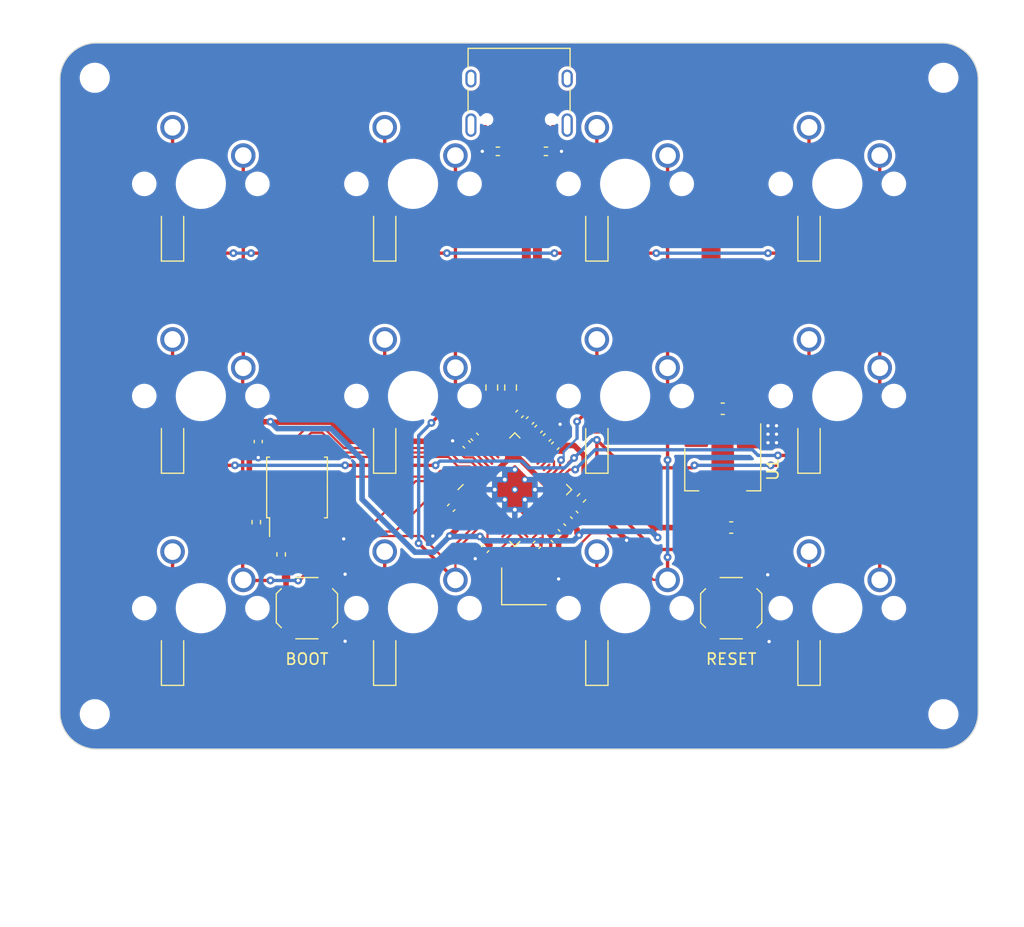
<source format=kicad_pcb>
(kicad_pcb (version 20221018) (generator pcbnew)
  (layers (0 "F.Cu" signal) (31 "B.Cu" power) (34 "B.Paste" user) (35 "F.Paste" user) (36 "B.SilkS" user "B.Silkscreen") (37 "F.SilkS" user "F.Silkscreen") (38 "B.Mask" user) (39 "F.Mask" user) (44 "Edge.Cuts" user))
  (net 0 "")
  (net 1 "+3V3")
  (net 2 "GND")
  (net 3 "+1V1")
  (net 4 "VBUS")
  (net 5 "/XIN")
  (net 6 "/XOUT")
  (net 7 "/ROW_0")
  (net 8 "Net-(D2-A)")
  (net 9 "Net-(D3-A)")
  (net 10 "/ROW_1")
  (net 11 "Net-(D5-A)")
  (net 12 "Net-(D6-A)")
  (net 13 "Net-(D7-A)")
  (net 14 "Net-(D8-A)")
  (net 15 "/ROW_2")
  (net 16 "Net-(D9-A)")
  (net 17 "Net-(D10-A)")
  (net 18 "Net-(D11-A)")
  (net 19 "Net-(D12-A)")
  (net 20 "Net-(D1-A)")
  (net 21 "Net-(D4-A)")
  (net 22 "Net-(SW13-B)")
  (net 23 "/COL_0")
  (net 24 "/COL_3")
  (net 25 "Net-(J1-CC1)")
  (net 27 "Net-(J1-CC2)")
  (net 30 "/USB_D+")
  (net 31 "/USB_D-")
  (net 32 "/COL_1")
  (net 33 "/COL_2")
  (net 34 "/QSPI_SD1")
  (net 35 "/QSPI_SD2")
  (net 36 "/QSPI_SD0")
  (net 37 "/QSPI_SCLK")
  (net 38 "/QSPI_SD3")
  (net 39 "/~{USB_BOOT}")
  (net 40 "Net-(U2-USB_DP)")
  (net 41 "Net-(U2-USB_DM)")
  (net 42 "/QSPI_SS")
  (footprint "Capacitor_SMD:C_0402_1005Metric" (layer "F.Cu") (at 118.237 91.313 -135)
    (fp_text reference "C6" hide)
    (fp_text value "100n")
  )
  (footprint "Diode_SMD:D_SOD-123" (layer "F.Cu") (at 112.268 66.802 90)
    (fp_text reference "D3" hide)
    (fp_text value "D")
  )
  (footprint "Package_TO_SOT_SMD:SOT-223-3_TabPin2" (layer "F.Cu") (at 142.621 87.884 -90)
    (fp_text reference "U1")
    (fp_text value "NCP1117-3.3_SOT223")
  )
  (footprint "Capacitor_SMD:C_0402_1005Metric" (layer "F.Cu") (at 125.323415 83.478077 45)
    (fp_text reference "C13" hide)
    (fp_text value "1u")
  )
  (footprint "Diode_SMD:D_SOD-123" (layer "F.Cu") (at 150.368 66.802 90)
    (fp_text reference "D1" hide)
    (fp_text value "D")
  )
  (footprint "Diode_SMD:D_SOD-123" (layer "F.Cu") (at 150.368 85.852 90)
    (fp_text reference "D5" hide)
    (fp_text value "D")
  )
  (footprint "Diode_SMD:D_SOD-123" (layer "F.Cu") (at 131.318 85.852 90)
    (fp_text reference "D6" hide)
    (fp_text value "D")
  )
  (footprint "Diode_SMD:D_SOD-123" (layer "F.Cu") (at 93.218 104.902 90)
    (fp_text reference "D12" hide)
    (fp_text value "D")
  )
  (footprint "Capacitor_SMD:C_0402_1005Metric" (layer "F.Cu") (at 128.177611 93.091 -45)
    (fp_text reference "C2" hide)
    (fp_text value "100n")
  )
  (footprint "Diode_SMD:D_SOD-123" (layer "F.Cu") (at 150.368 104.902 90)
    (fp_text reference "D9" hide)
    (fp_text value "D")
  )
  (footprint "MountingHole:MountingHole_2.2mm_M2" (layer "F.Cu") (at 86.233 52.705)
    (fp_text reference "H1" hide)
    (fp_text value "MountingHole")
  )
  (footprint "Diode_SMD:D_SOD-123" (layer "F.Cu") (at 93.218 85.852 90)
    (fp_text reference "D8" hide)
    (fp_text value "D")
  )
  (footprint "Capacitor_SMD:C_0402_1005Metric" (layer "F.Cu") (at 129.286 91.948 135)
    (fp_text reference "C8" hide)
    (fp_text value "100n")
  )
  (footprint "Crystal:Crystal_SMD_3225-4Pin_3.2x2.5mm" (layer "F.Cu") (at 124.771 98.368)
    (fp_text reference "Y1" hide)
    (fp_text value "12MHz")
  )
  (footprint "Capacitor_SMD:C_0402_1005Metric" (layer "F.Cu") (at 120.343386 84.942949 135)
    (fp_text reference "C1" hide)
    (fp_text value "100n")
  )
  (footprint "RP2040_minimal:RP2040-QFN-56" (layer "F.Cu") (at 123.952 89.687122 45)
    (fp_text reference "U2" hide)
    (fp_text value "RP2040")
  )
  (footprint "Button_Switch_SMD:SW_Push_1P1T_XKB_TS-1187A" (layer "F.Cu") (at 105.283 100.33 90)
    (fp_text reference "SW14" hide)
    (fp_text value "SW_SPST")
  )
  (footprint "Resistor_SMD:R_0402_1005Metric" (layer "F.Cu") (at 129.941376 90.429024 45)
    (fp_text reference "R5" hide)
    (fp_text value "10k")
  )
  (footprint "MountingHole:MountingHole_2.2mm_M2" (layer "F.Cu") (at 162.433 109.855)
    (fp_text reference "H4" hide)
    (fp_text value "MountingHole")
  )
  (footprint "Resistor_SMD:R_0603_1608Metric" (layer "F.Cu") (at 123.571 80.518 90)
    (fp_text reference "R4" hide)
    (fp_text value "27")
  )
  (footprint "Resistor_SMD:R_0603_1608Metric" (layer "F.Cu") (at 121.882803 80.518 90)
    (fp_text reference "R3" hide)
    (fp_text value "27")
  )
  (footprint "MountingHole:MountingHole_2.2mm_M2" (layer "F.Cu") (at 86.233 109.855)
    (fp_text reference "H3" hide)
    (fp_text value "MountingHole")
  )
  (footprint "Capacitor_SMD:C_0402_1005Metric" (layer "F.Cu") (at 121.285 94.996 -135)
    (fp_text reference "C5" hide)
    (fp_text value "100n")
  )
  (footprint "Diode_SMD:D_SOD-123" (layer "F.Cu") (at 131.318 66.802 90)
    (fp_text reference "D2" hide)
    (fp_text value "D")
  )
  (footprint "Diode_SMD:D_SOD-123" (layer "F.Cu") (at 112.268 85.852 90)
    (fp_text reference "D7" hide)
    (fp_text value "D")
  )
  (footprint "Package_SO:SOIC-8_5.23x5.23mm_P1.27mm" (layer "F.Cu") (at 104.394 89.491 90)
    (fp_text reference "U3" hide)
    (fp_text value "W25Q128JVS")
  )
  (footprint "Diode_SMD:D_SOD-123" (layer "F.Cu") (at 131.318 104.902 90)
    (fp_text reference "D10" hide)
    (fp_text value "D")
  )
  (footprint "Diode_SMD:D_SOD-123" (layer "F.Cu") (at 112.268 104.902 90)
    (fp_text reference "D11" hide)
    (fp_text value "D")
  )
  (footprint "Connector_USB:USB_C_Receptacle_XKB_U262-16XN-4BVC11" (layer "F.Cu") (at 124.333 53.848 180)
    (fp_text reference "J1" hide)
    (fp_text value "USB_C_Receptacle_USB2.0")
  )
  (footprint "Capacitor_SMD:C_0603_1608Metric" (layer "F.Cu") (at 143.383 93.091)
    (fp_text reference "C11" hide)
    (fp_text value "10u")
  )
  (footprint "Resistor_SMD:R_0402_1005Metric" (layer "F.Cu") (at 126.746 59.309)
    (fp_text reference "R1" hide)
    (fp_text value "5k1")
  )
  (footprint "Capacitor_SMD:C_0402_1005Metric" (layer "F.Cu") (at 100.9142 85.3694 -90)
    (fp_text reference "C16" hide)
    (fp_text value "100n")
  )
  (footprint "Diode_SMD:D_SOD-123" (layer "F.Cu") (at 93.218 66.802 90)
    (fp_text reference "D4" hide)
    (fp_text value "D")
  )
  (footprint "MountingHole:MountingHole_2.2mm_M2" (layer "F.Cu") (at 162.433 52.705)
    (fp_text reference "H2" hide)
    (fp_text value "MountingHole")
  )
  (footprint "Capacitor_SMD:C_0402_1005Metric" (layer "F.Cu") (at 127.542611 94.065411 -45)
    (fp_text reference "C15" hide)
    (fp_text value "30p")
  )
  (footprint "Resistor_SMD:R_0402_1005Metric" (layer "F.Cu") (at 100.7364 92.6084 90)
    (fp_text reference "R6" hide)
    (fp_text value "DNP_10k")
  )
  (footprint "Capacitor_SMD:C_0603_1608Metric" (layer "F.Cu") (at 142.621 82.423)
    (fp_text reference "C10" hide)
    (fp_text value "10u")
  )
  (footprint "Capacitor_SMD:C_0402_1005Metric" (layer "F.Cu") (at 126.847415 85.002077 45)
    (fp_text reference "C3" hide)
    (fp_text value "100n")
  )
  (footprint "Capacitor_SMD:C_0402_1005Metric" (layer "F.Cu") (at 127.5842 85.7504 45)
    (fp_text reference "C4" hide)
    (fp_text value "100n")
  )
  (footprint "Capacitor_SMD:C_0402_1005Metric" (layer "F.Cu") (at 125.9332 94.6404 -135)
    (fp_text reference "C14" hide)
    (fp_text value "30p")
  )
  (footprint "Capacitor_SMD:C_0402_1005Metric" (layer "F.Cu") (at 119.625208 85.621771 135)
    (fp_text reference "C9" hide)
    (fp_text value "100n")
  )
  (footprint "Resistor_SMD:R_0402_1005Metric" (layer "F.Cu") (at 122.428 59.309 180)
    (fp_text reference "R2" hide)
    (fp_text value "5k1")
  )
  (footprint "Button_Switch_SMD:SW_Push_1P1T_XKB_TS-1187A" (layer "F.Cu") (at 143.383 100.33 -90)
    (fp_text reference "SW13" hide)
    (fp_text value "SW_SPST")
  )
  (footprint "Capacitor_SMD:C_0402_1005Metric" (layer "F.Cu") (at 124.374589 82.889411 45)
    (fp_text reference "C12" hide)
    (fp_text value "1u")
  )
  (footprint "Resistor_SMD:R_0402_1005Metric" (layer "F.Cu") (at 102.9716 95.504 90)
    (fp_text reference "R7" hide)
    (fp_text value "1k")
  )
  (footprint "Capacitor_SMD:C_0402_1005Metric" (layer "F.Cu") (at 126.085415 84.240077 45)
    (fp_text reference "C7" hide)
    (fp_text value "100n")
  )
  (footprint "Button_Switch_Keyboard:SW_Cherry_MX_1.00u_PCB_UPDATED_FOOTPRINT_RIGHT_PIN_ASSIGNMENT" (layer "B.Cu") (at 93.218 76.2 180)
    (fp_text reference "SW8" hide)
    (fp_text value "KEY_8_13")
  )
  (footprint "Button_Switch_Keyboard:SW_Cherry_MX_1.00u_PCB_UPDATED_FOOTPRINT_RIGHT_PIN_ASSIGNMENT" (layer "B.Cu") (at 112.268 76.2 180)
    (fp_text reference "SW7" hide)
    (fp_text value "KEY_7_12")
  )
  (footprint "Button_Switch_Keyboard:SW_Cherry_MX_1.00u_PCB_UPDATED_FOOTPRINT_RIGHT_PIN_ASSIGNMENT" (layer "B.Cu") (at 150.368 76.2 180)
    (fp_text reference "SW5" hide)
    (fp_text value "KEY_5_10")
  )
  (footprint "Button_Switch_Keyboard:SW_Cherry_MX_1.00u_PCB_UPDATED_FOOTPRINT_RIGHT_PIN_ASSIGNMENT" (layer "B.Cu") (at 93.218 95.25 180)
    (fp_text reference "SW12" hide)
    (fp_text value "KEY_12_23")
  )
  (footprint "Button_Switch_Keyboard:SW_Cherry_MX_1.00u_PCB_UPDATED_FOOTPRINT_RIGHT_PIN_ASSIGNMENT" (layer "B.Cu") (at 131.318 76.2 180)
    (fp_text reference "SW6" hide)
    (fp_text value "KEY_6_11")
  )
  (footprint "Button_Switch_Keyboard:SW_Cherry_MX_1.00u_PCB_UPDATED_FOOTPRINT_RIGHT_PIN_ASSIGNMENT" (layer "B.Cu") (at 131.318 57.15 180)
    (fp_text reference "SW2" hide)
    (fp_text value "KEY_2_01")
  )
  (footprint "Button_Switch_Keyboard:SW_Cherry_MX_1.00u_PCB_UPDATED_FOOTPRINT_RIGHT_PIN_ASSIGNMENT" (layer "B.Cu") (at 131.318 95.25 180)
    (fp_text reference "SW10" hide)
    (fp_text value "KEY_10_21")
  )
  (footprint "Button_Switch_Keyboard:SW_Cherry_MX_1.00u_PCB_UPDATED_FOOTPRINT_RIGHT_PIN_ASSIGNMENT" (layer "B.Cu") (at 112.268 57.15 180)
    (fp_text reference "SW3" hide)
    (fp_text value "KEY_3_02")
  )
  (footprint "Button_Switch_Keyboard:SW_Cherry_MX_1.00u_PCB_UPDATED_FOOTPRINT_RIGHT_PIN_ASSIGNMENT" (layer "B.Cu") (at 93.218 57.15 180)
    (fp_text reference "SW4" hide)
    (fp_text value "KEY_4_03")
  )
  (footprint "Button_Switch_Keyboard:SW_Cherry_MX_1.00u_PCB_UPDATED_FOOTPRINT_RIGHT_PIN_ASSIGNMENT" (layer "B.Cu") (at 112.268 95.25 180)
    (fp_text reference "SW11" hide)
    (fp_text value "KEY_11_22")
  )
  (footprint "Button_Switch_Keyboard:SW_Cherry_MX_1.00u_PCB_UPDATED_FOOTPRINT_RIGHT_PIN_ASSIGNMENT" (layer "B.Cu") (at 150.368 57.15 180)
    (fp_text reference "SW1" hide)
    (fp_text value "KEY_1_00")
  )
  (footprint "Button_Switch_Keyboard:SW_Cherry_MX_1.00u_PCB_UPDATED_FOOTPRINT_RIGHT_PIN_ASSIGNMENT" (layer "B.Cu") (at 150.368 95.25 180)
    (fp_text reference "SW9" hide)
    (fp_text value "KEY_9_20")
  )
  (gr_line (start 83.106867 109.6772) (end 83.106867 52.880867) (stroke (width 0.1)) (layer "Edge.Cuts"))
  (gr_line (start 165.559133 52.880867) (end 165.559133 109.6772) (stroke (width 0.1)) (layer "Edge.Cuts"))
  (gr_arc (start 83.106867 52.880867) (mid 84.074 50.546) (end 86.408867 49.578867) (stroke (width 0.1)) (layer "Edge.Cuts"))
  (gr_arc (start 165.559133 109.679133) (mid 164.59199 112.01399) (end 162.257133 112.981133) (stroke (width 0.1)) (layer "Edge.Cuts"))
  (gr_line (start 86.408867 49.578867) (end 162.257133 49.578867) (stroke (width 0.1)) (layer "Edge.Cuts"))
  (gr_line (start 162.257133 112.9792) (end 86.408867 112.9792) (stroke (width 0.1)) (layer "Edge.Cuts"))
  (gr_arc (start 86.410767 112.979233) (mid 84.07591 112.01209) (end 83.108767 109.677233) (stroke (width 0.1)) (layer "Edge.Cuts"))
  (gr_arc (start 162.257133 49.578867) (mid 164.592 50.546) (end 165.559133 52.880867) (stroke (width 0.1)) (layer "Edge.Cuts"))
  (gr_text "RESET" (at 143.383 104.902) (layer "F.SilkS") (effects (font (size 1 1))))
  (gr_text "BOOT" (at 105.283 104.902) (layer "F.SilkS") (effects (font (size 1 1))))
  (segment (start 128.18921 86.220192) (end 127.37517 86.220192) (width 0.5) (layer "F.Cu") (net 1))
  (segment (start 116.724629 85.344) (end 118.629629 83.439) (width 0.5) (layer "F.Cu") (net 1))
  (segment (start 127.0508 86.2838) (end 127.244789 86.089811) (width 0.2) (layer "F.Cu") (net 1))
  (segment (start 129.715734 93.774734) (end 129.54 93.599) (width 0.5) (layer "F.Cu") (net 1))
  (segment (start 127.37517 86.220192) (end 127.244789 86.089811) (width 0.5) (layer "F.Cu") (net 1))
  (segment (start 100.9142 84.8894) (end 100.729814 84.8894) (width 0.5) (layer "F.Cu") (net 1))
  (segment (start 127.29931 92.751589) (end 127.8382 92.751589) (width 0.2) (layer "F.Cu") (net 1))
  (segment (start 120.269 83.439) (end 121.031 84.201) (width 0.5) (layer "F.Cu") (net 1))
  (segment (start 122.817596 84.75809) (end 123.501686 84.074) (width 0.2) (layer "F.Cu") (net 1))
  (segment (start 125.7554 85.471) (end 126.378492 85.471) (width 0.2) (layer "F.Cu") (net 1))
  (segment (start 100.1142 85.505014) (end 100.1142 91.4762) (width 0.5) (layer "F.Cu") (net 1))
  (segment (start 107.508 83.632) (end 109.22 85.344) (width 0.5) (layer "F.Cu") (net 1))
  (segment (start 123.076955 85.700808) (end 122.817596 85.441449) (width 0.2) (layer "F.Cu") (net 1))
  (segment (start 119.682843 90.279324) (end 119.270676 90.279324) (width 0.2) (layer "F.Cu") (net 1))
  (segment (start 121.031 84.201) (end 121.031 84.934157) (width 0.5) (layer "F.Cu") (net 1))
  (segment (start 128.846198 92.583) (end 128.006789 92.583) (width 0.5) (layer "F.Cu") (net 1))
  (segment (start 125.743492 84.582) (end 125.746004 84.579488) (width 0.2) (layer "F.Cu") (net 1))
  (segment (start 125.325849 85.041449) (end 125.7554 85.471) (width 0.2) (layer "F.Cu") (net 1))
  (segment (start 127.466303 87.587032) (end 127.466303 87.156503) (width 0.2) (layer "F.Cu") (net 1))
  (segment (start 118.706792 93.256208) (end 118.706792 91.10397) (width 0.5) (layer "F.Cu") (net 1))
  (segment (start 124.079 84.582) (end 125.743492 84.582) (width 0.2) (layer "F.Cu") (net 1))
  (segment (start 122.228427 92.824908) (end 121.497411 93.555924) (width 0.2) (layer "F.Cu") (net 1))
  (segment (start 136.398 93.091) (end 133.35 90.043) (width 0.5) (layer "F.Cu") (net 1))
  (segment (start 100.9142 84.0486) (end 100.9142 84.8894) (width 0.5) (layer "F.Cu") (net 1))
  (segment (start 126.508004 85.353026) (end 127.244789 86.089811) (width 0.5) (layer "F.Cu") (net 1))
  (segment (start 124.544202 85.417965) (end 124.92072 85.041449) (width 0.2) (layer "F.Cu") (net 1))
  (segment (start 126.378492 85.471) (end 126.508004 85.341488) (width 0.2) (layer "F.Cu") (net 1))
  (segment (start 129.54 93.599) (end 129.54 93.276802) (width 0.5) (layer "F.Cu") (net 1))
  (segment (start 130.3274 90.043) (end 130.302 90.0684) (width 0.5) (layer "F.Cu") (net 1))
  (segment (start 101.4874 84.8894) (end 102.489 85.891) (width 0.5) (layer "F.Cu") (net 1))
  (segment (start 109.22 85.344) (end 116.724629 85.344) (width 0.5) (layer "F.Cu") (net 1))
  (segment (start 121.158 85.757563) (end 120.682797 85.28236) (width 0.2) (layer "F.Cu") (net 1))
  (segment (start 126.524101 91.97638) (end 127.29931 92.751589) (width 0.2) (layer "F.Cu") (net 1))
  (segment (start 127.466303 87.156503) (end 127.0508 86.741) (width 0.2) (layer "F.Cu") (net 1))
  (segment (start 130.175 89.9414) (end 130.175 86.614) (width 0.5) (layer "F.Cu") (net 1))
  (segment (start 123.501686 84.074) (end 124.727492 84.074) (width 0.2) (layer "F.Cu") (net 1))
  (segment (start 102.0064 83.5914) (end 102.047 83.632) (width 0.5) (layer "F.Cu") (net 1))
  (segment (start 121.945585 86.832178) (end 121.158 86.044593) (width 0.2) (layer "F.Cu") (net 1))
  (segment (start 102.0064 83.5914) (end 101.3714 83.5914) (width 0.5) (layer "F.Cu") (net 1))
  (segment (start 121.662742 87.115021) (end 121.158 86.610281) (width 0.2) (layer "F.Cu") (net 1))
  (segment (start 118.11 93.853) (end 118.706792 93.256208) (width 0.5) (layer "F.Cu") (net 1))
  (segment (start 123.359798 85.301202) (end 124.079 84.582) (width 0.2) (layer "F.Cu") (net 1))
  (segment (start 128.684402 85.725) (end 128.18921 86.220192) (width 0.5) (layer "F.Cu") (net 1))
  (segment (start 121.031 84.934157) (end 120.682797 85.28236) (width 0.5) (layer "F.Cu") (net 1))
  (segment (start 129.54 93.276802) (end 128.846198 92.583) (width 0.5) (layer "F.Cu") (net 1))
  (segment (start 123.359798 85.417965) (end 123.359798 85.301202) (width 0.2) (layer "F.Cu") (net 1))
  (segment (start 124.984004 83.817488) (end 125.746004 84.579488) (width 0.5) (layer "F.Cu") (net 1))
  (segment (start 118.706792 91.10397) (end 118.576411 90.973589) (width 0.5) (layer "F.Cu") (net 1))
  (segment (start 119.270676 90.279324) (end 118.576411 90.973589) (width 0.2) (layer "F.Cu") (net 1))
  (segment (start 100.9142 84.8894) (end 101.4874 84.8894) (width 0.5) (layer "F.Cu") (net 1))
  (segment (start 142.608 93.091) (end 136.398 93.091) (width 0.5) (layer "F.Cu") (net 1))
  (segment (start 118.629629 83.439) (end 120.269 83.439) (width 0.5) (layer "F.Cu") (net 1))
  (segment (start 124.92072 85.041449) (end 125.325849 85.041449) (width 0.2) (layer "F.Cu") (net 1))
  (segment (start 127.0508 86.741) (end 127.0508 86.2838) (width 0.2) (layer "F.Cu") (net 1))
  (segment (start 127.089786 87.963549) (end 127.466303 87.587032) (width 0.2) (layer "F.Cu") (net 1))
  (segment (start 126.508004 85.341488) (end 126.508004 85.353026) (width 0.2) (layer "F.Cu") (net 1))
  (segment (start 130.302 90.0684) (end 130.175 89.9414) (width 0.5) (layer "F.Cu") (net 1))
  (segment (start 142.608 93.091) (end 142.608 91.047) (width 0.5) (layer "F.Cu") (net 1))
  (segment (start 129.286 85.725) (end 128.684402 85.725) (width 0.5) (layer "F.Cu") (net 1))
  (segment (start 102.047 83.632) (end 107.508 83.632) (width 0.5) (layer "F.Cu") (net 1))
  (segment (start 100.729814 84.8894) (end 100.1142 85.505014) (width 0.5) (layer "F.Cu") (net 1))
  (segment (start 101.3714 83.5914) (end 100.9142 84.0486) (width 0.5) (layer "F.Cu") (net 1))
  (segment (start 133.35 90.043) (end 130.3274 90.043) (width 0.5) (layer "F.Cu") (net 1))
  (segment (start 124.727492 84.074) (end 124.984004 83.817488) (width 0.2) (layer "F.Cu") (net 1))
  (segment (start 120.864431 93.896609) (end 121.624411 94.656589) (width 0.5) (layer "F.Cu") (net 1))
  (segment (start 128.006789 92.583) (end 127.8382 92.751589) (width 0.5) (layer "F.Cu") (net 1))
  (segment (start 136.398 93.091) (end 136.398 93.599) (width 0.5) (layer "F.Cu") (net 1))
  (segment (start 122.817596 85.441449) (end 122.817596 84.75809) (width 0.2) (layer "F.Cu") (net 1))
  (segment (start 126.508004 85.341488) (end 125.746004 84.579488) (width 0.5) (layer "F.Cu") (net 1))
  (segment (start 142.608 91.047) (end 142.621 91.034) (width 0.5) (layer "F.Cu") (net 1))
  (segment (start 100.1142 91.4762) (end 100.7364 92.0984) (width 0.5) (layer "F.Cu") (net 1))
  (segment (start 121.497411 93.555924) (end 121.497411 94.402589) (width 0.2) (layer "F.Cu") (net 1))
  (segment (start 136.398 93.599) (end 136.779 93.98) (width 0.5) (layer "F.Cu") (net 1))
  (segment (start 130.175 86.614) (end 129.286 85.725) (width 0.5) (layer "F.Cu") (net 1))
  (segment (start 121.158 86.044593) (end 121.158 85.757563) (width 0.2) (layer "F.Cu") (net 1))
  (segment (start 120.820609 93.896609) (end 120.864431 93.896609) (width 0.5) (layer "F.Cu") (net 1))
  (segment (start 121.158 86.610281) (end 121.158 85.757563) (width 0.2) (layer "F.Cu") (net 1))
  (via (at 136.779 93.98) (size 0.7) (drill 0.3) (layers "F.Cu" "B.Cu") (net 1))
  (via (at 118.11 93.853) (size 0.7) (drill 0.3) (layers "F.Cu" "B.Cu") (net 1))
  (via (at 129.715734 93.774734) (size 0.7) (drill 0.3) (layers "F.Cu" "B.Cu") (net 1))
  (via (at 120.820609 93.896609) (size 0.7) (drill 0.3) (layers "F.Cu" "B.Cu") (net 1))
  (via (at 102.0064 83.5914) (size 0.7) (drill 0.3) (layers "F.Cu" "B.Cu") (net 1))
  (segment (start 118.153609 93.896609) (end 118.11 93.853) (width 0.5) (layer "B.Cu") (net 1))
  (segment (start 136.779 93.98) (end 136.233 93.434) (width 0.5) (layer "B.Cu") (net 1))
  (segment (start 110.236 86.995) (end 110.236 90.551) (width 0.5) (layer "B.Cu") (net 1))
  (segment (start 107.442 84.201) (end 110.236 86.995) (width 0.5) (layer "B.Cu") (net 1))
  (segment (start 116.6635 95.2995) (end 118.11 93.853) (width 0.5) (layer "B.Cu") (net 1))
  (segment (start 121.203399 94.279399) (end 129.211069 94.279399) (width 0.5) (layer "B.Cu") (net 1))
  (segment (start 130.056468 93.434) (end 129.715734 93.774734) (width 0.5) (layer "B.Cu") (net 1))
  (segment (start 114.9845 95.2995) (end 116.6635 95.2995) (width 0.5) (layer "B.Cu") (net 1))
  (segment (start 120.820609 93.896609) (end 118.153609 93.896609) (width 0.5) (layer "B.Cu") (net 1))
  (segment (start 102.0064 83.5914) (end 102.616 84.201) (width 0.5) (layer "B.Cu") (net 1))
  (segment (start 102.616 84.201) (end 107.442 84.201) (width 0.5) (layer "B.Cu") (net 1))
  (segment (start 129.211069 94.279399) (end 129.715734 93.774734) (width 0.5) (layer "B.Cu") (net 1))
  (segment (start 110.236 90.551) (end 114.9845 95.2995) (width 0.5) (layer "B.Cu") (net 1))
  (segment (start 120.820609 93.896609) (end 121.203399 94.279399) (width 0.5) (layer "B.Cu") (net 1))
  (segment (start 136.233 93.434) (end 130.056468 93.434) (width 0.5) (layer "B.Cu") (net 1))
  (segment (start 107.158 97.33) (end 107.158 103.33) (width 0.5) (layer "F.Cu") (net 2))
  (segment (start 100.9142 86.8035) (end 100.9142 85.8494) (width 0.5) (layer "F.Cu") (net 2))
  (segment (start 124.562 100.527) (end 125.871 99.218) (width 0.5) (layer "F.Cu") (net 2))
  (segment (start 119.265657 85.3025) (end 119.285797 85.28236) (width 0.5) (layer "F.Cu") (net 2))
  (segment (start 145.258 97.33) (end 145.258 103.33) (width 0.5) (layer "F.Cu") (net 2))
  (segment (start 106.299 93.091) (end 107.569 93.091) (width 0.5) (layer "F.Cu") (net 2))
  (segment (start 127.383 57.518) (end 127.383 59.182) (width 0.3) (layer "F.Cu") (net 2))
  (segment (start 146.6596 97.33) (end 146.6596 96.4946) (width 0.5) (layer "F.Cu") (net 2))
  (segment (start 146.6596 97.33) (end 145.258 97.33) (width 0.5) (layer "F.Cu") (net 2))
  (segment (start 127.186826 84.662666) (end 127.186826 84.649174) (width 0.5) (layer "F.Cu") (net 2))
  (segment (start 121.283 58.674) (end 121.918 59.309) (width 0.3) (layer "F.Cu") (net 2))
  (segment (start 125.662826 83.138666) (end 126.424826 83.900666) (width 0.5) (layer "F.Cu") (net 2))
  (segment (start 129.625411 92.287411) (end 132.038411 92.287411) (width 0.5) (layer "F.Cu") (net 2))
  (segment (start 125.675573 92.824908) (end 123.952 91.101335) (width 0.2) (layer "F.Cu") (net 2))
  (segment (start 122.358 100.019) (end 122.866 100.527) (width 0.5) (layer "F.Cu") (net 2))
  (segment (start 122.866 100.527) (end 124.562 100.527) (width 0.5) (layer "F.Cu") (net 2))
  (segment (start 123.952 91.490244) (end 123.952 89.687122) (width 0.2) (layer "F.Cu") (net 2))
  (segment (start 127.383 59.182) (end 127.256 59.309) (width 0.3) (layer "F.Cu") (net 2))
  (segment (start 126.371 99.218) (end 125.871 99.218) (width 0.5) (layer "F.Cu") (net 2))
  (segment (start 126.052089 93.201426) (end 125.675573 92.824908) (width 0.2) (layer "F.Cu") (net 2))
  (segment (start 123.671 97.518) (end 123.208 97.518) (width 0.5) (layer "F.Cu") (net 2))
  (segment (start 123.671 96.9026) (end 123.671 97.518) (width 0.5) (layer "F.Cu") (net 2))
  (segment (start 123.208 97.518) (end 122.358 98.368) (width 0.5) (layer "F.Cu") (net 2))
  (segment (start 132.038411 92.287411) (end 133.985 94.234) (width 0.5) (layer "F.Cu") (net 2))
  (segment (start 122.148878 89.687122) (end 123.952 89.687122) (width 0.2) (layer "F.Cu") (net 2))
  (segment (start 127.186826 84.649174) (end 128.016 83.82) (width 0.5) (layer "F.Cu") (net 2))
  (segment (start 126.052089 93.556311) (end 126.052089 93.201426) (width 0.2) (layer "F.Cu") (net 2))
  (segment (start 144.158 93.993) (end 144.158 93.091) (width 0.5) (layer "F.Cu") (net 2))
  (segment (start 127.882022 94.404822) (end 128.517022 93.769822) (width 0.5) (layer "F.Cu") (net 2))
  (segment (start 125.593789 94.979811) (end 125.593789 94.014611) (width 0.2) (layer "F.Cu") (net 2))
  (segment (start 146.6596 96.4946) (end 144.158 93.993) (width 0.5) (layer "F.Cu") (net 2))
  (segment (start 125.07416 82.55) (end 125.662826 83.138666) (width 0.5) (layer "F.Cu") (net 2))
  (segment (start 121.283 57.518) (end 121.283 58.674) (width 0.3) (layer "F.Cu") (net 2))
  (segment (start 118.363823 85.3025) (end 119.265657 85.3025) (width 0.5) (layer "F.Cu") (net 2))
  (segment (start 127.882022 94.404822) (end 127.882022 97.706978) (width 0.5) (layer "F.Cu") (net 2))
  (segment (start 123.050439 90.588683) (end 123.952 89.687122) (width 0.2) (layer "F.Cu") (net 2))
  (segment (start 122.358 98.368) (end 122.358 100.019) (width 0.5) (layer "F.Cu") (net 2))
  (segment (start 124.853561 90.588683) (end 123.952 89.687122) (width 0.2) (layer "F.Cu") (net 2))
  (segment (start 107.569 93.091) (end 108.585 94.107) (width 0.5) (layer "F.Cu") (net 2))
  (segment (start 127.383 57.518) (end 127.683 57.518) (width 0.3) (layer "F.Cu") (net 2))
  (segment (start 119.285797 85.28236) (end 119.325153 85.28236) (width 0.5) (layer "F.Cu") (net 2))
  (segment (start 107.158 103.33) (end 108.6838 103.33) (width 0.5) (layer "F.Cu") (net 2))
  (segment (start 127.186826 84.674204) (end 127.923611 85.410989) (width 0.5) (layer "F.Cu") (net 2))
  (segment (start 127.256 59.309) (end 128.143 59.309) (width 0.3) (layer "F.Cu") (net 2))
  (segment (start 123.952 87.884) (end 123.952 89.687122) (width 0.2) (layer "F.Cu") (net 2))
  (segment (start 127.186826 84.662666) (end 127.186826 84.674204) (width 0.5) (layer "F.Cu") (net 2))
  (segment (start 123.050439 88.785561) (end 123.952 89.687122) (width 0.2) (layer "F.Cu") (net 2))
  (segment (start 125.593789 94.014611) (end 126.052089 93.556311) (width 0.2) (layer "F.Cu") (net 2))
  (segment (start 125.755122 89.687122) (end 123.952 89.687122) (width 0.2) (layer "F.Cu") (net 2))
  (segment (start 128.517022 93.769822) (end 128.517022 93.430411) (width 0.5) (layer "F.Cu") (net 2))
  (segment (start 126.424826 83.900666) (end 127.186826 84.662666) (width 0.5) (layer "F.Cu") (net 2))
  (segment (start 124.714 82.55) (end 125.07416 82.55) (width 0.5) (layer "F.Cu") (net 2))
  (segment (start 146.7838 103.33) (end 146.7866 103.3272) (width 0.5) (layer "F.Cu") (net 2))
  (segment (start 121.918 59.309) (end 121.031 59.309) (width 0.3) (layer "F.Cu") (net 2))
  (segment (start 116.586 93.853) (end 117.897589 92.541411) (width 0.5) (layer "F.Cu") (net 2))
  (segment (start 117.897589 92.541411) (end 117.897589 91.652411) (width 0.5) (layer "F.Cu") (net 2))
  (segment (start 120.945589 95.335411) (end 120.396 95.885) (width 0.5) (layer "F.Cu") (net 2))
  (segment (start 108.6838 103.33) (end 108.712 103.3018) (width 0.5) (layer "F.Cu") (net 2))
  (segment (start 108.664 97.33) (end 108.712 97.282) (width 0.5) (layer "F.Cu") (net 2))
  (segment (start 125.593789 94.979811) (end 123.671 96.9026) (width 0.5) (layer "F.Cu") (net 2))
  (segment (start 107.158 97.33) (end 108.664 97.33) (width 0.5) (layer "F.Cu") (net 2))
  (segment (start 145.258 103.33) (end 146.7838 103.33) (width 0.5) (layer "F.Cu") (net 2))
  (segment (start 121.283 57.518) (end 120.983 57.518) (width 0.3) (layer "F.Cu") (net 2))
  (segment (start 119.325153 85.28236) (end 120.003975 84.603538) (width 0.5) (layer "F.Cu") (net 2))
  (segment (start 124.853561 88.785561) (end 123.952 89.687122) (width 0.2) (layer "F.Cu") (net 2))
  (segment (start 123.952 91.101335) (end 123.952 89.687122) (width 0.2) (layer "F.Cu") (net 2))
  (segment (start 127.882022 97.706978) (end 126.371 99.218) (width 0.5) (layer "F.Cu") (net 2))
  (via (at 120.396 95.885) (size 0.7) (drill 0.3) (layers "F.Cu" "B.Cu") (net 2))
  (via (at 146.7866 103.3272) (size 0.7) (drill 0.3) (layers "F.Cu" "B.Cu") (net 2))
  (via (at 118.363823 85.3025) (size 0.7) (drill 0.3) (layers "F.Cu" "B.Cu") (net 2))
  (via (at 146.685 84.709) (size 0.7) (drill 0.3) (layers "F.Cu" "B.Cu") (net 2))
  (via (at 108.585 94.107) (size 0.7) (drill 0.3) (layers "F.Cu" "B.Cu") (net 2))
  (via (at 128.143 59.309) (size 0.7) (drill 0.3) (layers "F.Cu" "B.Cu") (net 2))
  (via (at 147.447 84.709) (size 0.7) (drill 0.3) (layers "F.Cu" "B.Cu") (net 2))
  (via (at 133.985 94.234) (size 0.7) (drill 0.3) (layers "F.Cu" "B.Cu") (net 2))
  (via (at 128.016 83.82) (size 0.7) (drill 0.3) (layers "F.Cu" "B.Cu") (net 2))
  (via (at 146.685 83.947) (size 0.7) (drill 0.3) (layers "F.Cu" "B.Cu") (net 2))
  (via (at 147.447 85.471) (size 0.7) (drill 0.3) (layers "F.Cu" "B.Cu") (net 2))
  (via (at 147.447 83.947) (size 0.7) (drill 0.3) (layers "F.Cu" "B.Cu") (net 2))
  (via (at 146.685 85.471) (size 0.7) (drill 0.3) (layers "F.Cu" "B.Cu") (net 2))
  (via (at 116.586 93.853) (size 0.7) (drill 0.3) (layers "F.Cu" "B.Cu") (net 2))
  (via (at 121.031 59.309) (size 0.7) (drill 0.3) (layers "F.Cu" "B.Cu") (net 2))
  (via (at 127.882022 97.706978) (size 0.7) (drill 0.3) (layers "F.Cu" "B.Cu") (net 2))
  (via (at 108.712 97.282) (size 0.7) (drill 0.3) (layers "F.Cu" "B.Cu") (net 2))
  (via (at 146.6596 97.33) (size 0.7) (drill 0.3) (layers "F.Cu" "B.Cu") (net 2))
  (via (at 100.9142 86.8035) (size 0.7) (drill 0.3) (layers "F.Cu" "B.Cu") (net 2))
  (via (at 108.712 103.3018) (size 0.7) (drill 0.3) (layers "F.Cu" "B.Cu") (net 2))
  (segment (start 122.794113 85.98365) (end 122.417596 85.607133) (width 0.2) (layer "F.Cu") (net 3))
  (segment (start 121.866034 87.884) (end 122.428 87.884) (width 0.2) (layer "F.Cu") (net 3))
  (segment (start 123.444 86.868) (end 123.170629 87.141371) (width 0.5) (layer "F.Cu") (net 3))
  (segment (start 122.417596 85.607133) (end 122.417596 84.592404) (width 0.2) (layer "F.Cu") (net 3))
  (segment (start 122.417596 84.592404) (end 123.781178 83.228822) (width 0.2) (layer "F.Cu") (net 3))
  (segment (start 126.746 90.297) (end 126.746 89.281) (width 0.5) (layer "F.Cu") (net 3))
  (segment (start 126.746 89.281) (end 124.333 86.868) (width 0.5) (layer "F.Cu") (net 3))
  (segment (start 123.170629 86.360168) (end 122.794113 85.98365) (width 0.2) (layer "F.Cu") (net 3))
  (segment (start 126.806944 91.693537) (end 126.430427 91.31702) (width 0.2) (layer "F.Cu") (net 3))
  (segment (start 122.428 87.884) (end 123.170629 87.141371) (width 0.5) (layer "F.Cu") (net 3))
  (segment (start 119.964619 85.982585) (end 119.964619 85.961182) (width 0.2) (layer "F.Cu") (net 3))
  (segment (start 124.333 86.868) (end 123.444 86.868) (width 0.5) (layer "F.Cu") (net 3))
  (segment (start 121.379899 87.397864) (end 119.964619 85.982585) (width 0.2) (layer "F.Cu") (net 3))
  (segment (start 127.921936 91.621526) (end 128.933652 91.621526) (width 0.2) (layer "F.Cu") (net 3))
  (segment (start 126.806944 91.693537) (end 127.183461 92.070054) (width 0.2) (layer "F.Cu") (net 3))
  (segment (start 121.379899 87.397864) (end 121.866034 87.884) (width 0.2) (layer "F.Cu") (net 3))
  (segment (start 128.933652 91.621526) (end 128.946589 91.608589) (width 0.2) (layer "F.Cu") (net 3))
  (segment (start 126.430427 90.612573) (end 126.746 90.297) (width 0.5) (layer "F.Cu") (net 3))
  (segment (start 127.473408 92.070054) (end 127.921936 91.621526) (width 0.2) (layer "F.Cu") (net 3))
  (segment (start 123.170629 87.141371) (end 123.170629 86.360168) (width 0.2) (layer "F.Cu") (net 3))
  (segment (start 127.183461 92.070054) (end 127.473408 92.070054) (width 0.2) (layer "F.Cu") (net 3))
  (segment (start 123.781178 83.228822) (end 124.035178 83.228822) (width 0.2) (layer "F.Cu") (net 3))
  (segment (start 126.430427 91.31702) (end 126.430427 90.612573) (width 0.2) (layer "F.Cu") (net 3))
  (segment (start 126.883 57.518) (end 126.583 57.518) (width 0.3) (layer "F.Cu") (net 4))
  (segment (start 122.083 56.802949) (end 123.894949 54.991) (width 0.25) (layer "F.Cu") (net 4))
  (segment (start 123.894949 54.991) (end 124.771051 54.991) (width 0.5) (layer "F.Cu") (net 4))
  (segment (start 124.771051 54.991) (end 126.583 56.802949) (width 0.25) (layer "F.Cu") (net 4))
  (segment (start 121.783 57.518) (end 122.083 57.518) (width 0.3) (layer "F.Cu") (net 4))
  (segment (start 126.583 56.802949) (end 126.583 57.518) (width 0.25) (layer "F.Cu") (net 4))
  (segment (start 122.083 57.518) (end 122.083 56.802949) (width 0.25) (layer "F.Cu") (net 4))
  (segment (start 125.958415 92.542066) (end 126.452089 93.035741) (width 0.2) (layer "F.Cu") (net 5))
  (segment (start 126.272611 94.300989) (end 126.302992 94.33137) (width 0.3) (layer "F.Cu") (net 5))
  (segment (start 126.452089 94.121511) (end 126.272611 94.300989) (width 0.2) (layer "F.Cu") (net 5))
  (segment (start 124.821 96.7686) (end 124.821 98.168) (width 0.3) (layer "F.Cu") (net 5))
  (segment (start 123.771 99.218) (end 123.671 99.218) (width 0.3) (layer "F.Cu") (net 5))
  (segment (start 126.302992 95.286608) (end 124.821 96.7686) (width 0.3) (layer "F.Cu") (net 5))
  (segment (start 126.302992 94.33137) (end 126.302992 95.286608) (width 0.3) (layer "F.Cu") (net 5))
  (segment (start 126.452089 93.035741) (end 126.452089 94.121511) (width 0.2) (layer "F.Cu") (net 5))
  (segment (start 124.821 98.168) (end 123.771 99.218) (width 0.3) (layer "F.Cu") (net 5))
  (segment (start 127.2032 93.221165) (end 127.2032 93.726) (width 0.2) (layer "F.Cu") (net 6))
  (segment (start 127.2032 93.726) (end 127.172819 93.756381) (width 0.3) (layer "F.Cu") (net 6))
  (segment (start 127.172819 96.216181) (end 125.871 97.518) (width 0.3) (layer "F.Cu") (net 6))
  (segment (start 126.241258 92.259223) (end 127.2032 93.221165) (width 0.2) (layer "F.Cu") (net 6))
  (segment (start 127.172819 93.756381) (end 127.172819 96.216181) (width 0.3) (layer "F.Cu") (net 6))
  (segment (start 98.678 68.452) (end 98.679 68.453) (width 0.3) (layer "F.Cu") (net 7))
  (segment (start 129.54 70.23) (end 131.318 68.452) (width 0.3) (layer "F.Cu") (net 7))
  (segment (start 130.556 78.232) (end 129.54 77.216) (width 0.3) (layer "F.Cu") (net 7))
  (segment (start 131.317 68.453) (end 131.318 68.452) (width 0.3) (layer "F.Cu") (net 7))
  (segment (start 128.10381 87.032261) (end 128.016 87.120071) (width 0.2) (layer "F.Cu") (net 7))
  (segment (start 129.54 77.216) (end 129.54 70.23) (width 0.3) (layer "F.Cu") (net 7))
  (segment (start 146.685 68.453) (end 150.367 68.453) (width 0.3) (layer "F.Cu") (net 7))
  (segment (start 128.016 87.120071) (end 128.016 87.603021) (width 0.2) (layer "F.Cu") (net 7))
  (segment (start 127.508 68.453) (end 131.317 68.453) (width 0.3) (layer "F.Cu") (net 7))
  (segment (start 93.218 68.452) (end 98.678 68.452) (width 0.3) (layer "F.Cu") (net 7))
  (segment (start 117.856 68.452) (end 112.268 68.452) (width 0.3) (layer "F.Cu") (net 7))
  (segment (start 128.016 87.603021) (end 127.372629 88.246392) (width 0.2) (layer "F.Cu") (net 7))
  (segment (start 130.556 82.55) (end 130.556 78.232) (width 0.3) (layer "F.Cu") (net 7))
  (segment (start 112.267 68.453) (end 112.268 68.452) (width 0.3) (layer "F.Cu") (net 7))
  (segment (start 100.2675 68.453) (end 112.267 68.453) (width 0.3) (layer "F.Cu") (net 7))
  (segment (start 129.54 83.566) (end 130.556 82.55) (width 0.3) (layer "F.Cu") (net 7))
  (segment (start 150.367 68.453) (end 150.368 68.452) (width 0.3) (layer "F.Cu") (net 7))
  (segment (start 136.652 68.452) (end 131.318 68.452) (width 0.3) (layer "F.Cu") (net 7))
  (via (at 117.856 68.452) (size 0.7) (drill 0.3) (layers "F.Cu" "B.Cu") (net 7))
  (via (at 128.10381 87.032261) (size 0.7) (drill 0.3) (layers "F.Cu" "B.Cu") (net 7))
  (via (at 129.54 83.566) (size 0.7) (drill 0.3) (layers "F.Cu" "B.Cu") (net 7))
  (via (at 127.508 68.453) (size 0.7) (drill 0.3) (layers "F.Cu" "B.Cu") (net 7))
  (via (at 100.2675 68.453) (size 0.7) (drill 0.3) (layers "F.Cu" "B.Cu") (net 7))
  (via (at 146.685 68.453) (size 0.7) (drill 0.3) (layers "F.Cu" "B.Cu") (net 7))
  (via (at 136.652 68.452) (size 0.7) (drill 0.3) (layers "F.Cu" "B.Cu") (net 7))
  (via (at 98.679 68.453) (size 0.7) (drill 0.3) (layers "F.Cu" "B.Cu") (net 7))
  (segment (start 129.54 85.080169) (end 129.54 83.566) (width 0.3) (layer "B.Cu") (net 7))
  (segment (start 128.334872 86.801199) (end 128.334872 86.285297) (width 0.2) (layer "B.Cu") (net 7))
  (segment (start 117.856 68.452) (end 117.857 68.453) (width 0.3) (layer "B.Cu") (net 7))
  (segment (start 136.652 68.452) (end 136.653 68.453) (width 0.3) (layer "B.Cu") (net 7))
  (segment (start 128.334872 86.285297) (end 129.54 85.080169) (width 0.2) (layer "B.Cu") (net 7))
  (segment (start 136.653 68.453) (end 146.685 68.453) (width 0.3) (layer "B.Cu") (net 7))
  (segment (start 98.679 68.453) (end 100.2675 68.453) (width 0.3) (layer "B.Cu") (net 7))
  (segment (start 117.857 68.453) (end 127.508 68.453) (width 0.3) (layer "B.Cu") (net 7))
  (segment (start 128.10381 87.032261) (end 128.334872 86.801199) (width 0.2) (layer "B.Cu") (net 7))
  (segment (start 131.318 65.152) (end 131.318 57.15) (width 0.3) (layer "F.Cu") (net 8))
  (segment (start 112.268 57.15) (end 112.268 65.152) (width 0.3) (layer "F.Cu") (net 9))
  (segment (start 146.939 87.503) (end 150.367 87.503) (width 0.3) (layer "F.Cu") (net 10))
  (segment (start 129.183918 86.843082) (end 128.75381 87.27319) (width 0.2) (layer "F.Cu") (net 10))
  (segment (start 133.8255 87.7245) (end 139.8595 87.7245) (width 0.3) (layer "F.Cu") (net 10))
  (segment (start 129.273418 86.843082) (end 129.183918 86.843082) (width 0.2) (layer "F.Cu") (net 10))
  (segment (start 112.269 87.503) (end 116.84 87.503) (width 0.3) (layer "F.Cu") (net 10))
  (segment (start 98.8137 87.502) (end 93.218 87.502) (width 0.3) (layer "F.Cu") (net 10))
  (segment (start 128.75381 87.430897) (end 127.655472 88.529235) (width 0.2) (layer "F.Cu") (net 10))
  (segment (start 108.712 87.503) (end 112.267 87.503) (width 0.3) (layer "F.Cu") (net 10))
  (segment (start 128.75381 87.27319) (end 128.75381 87.430897) (width 0.2) (layer "F.Cu") (net 10))
  (segment (start 150.367 87.503) (end 150.368 87.502) (width 0.3) (layer "F.Cu") (net 10))
  (segment (start 131.318 85.217) (end 131.318 87.502) (width 0.3) (layer "F.Cu") (net 10))
  (segment (start 98.8147 87.503) (end 98.8137 87.502) (width 0.3) (layer "F.Cu") (net 10))
  (segment (start 112.268 87.502) (end 112.269 87.503) (width 0.3) (layer "F.Cu") (net 10))
  (segment (start 139.8595 87.7245) (end 140.081 87.503) (width 0.3) (layer "F.Cu") (net 10))
  (segment (start 112.267 87.503) (end 112.268 87.502) (width 0.3) (layer "F.Cu") (net 10))
  (segment (start 131.318 85.217) (end 133.8255 87.7245) (width 0.3) (layer "F.Cu") (net 10))
  (via (at 131.318 85.217) (size 0.7) (drill 0.3) (layers "F.Cu" "B.Cu") (net 10))
  (via (at 129.273418 86.843082) (size 0.7) (drill 0.3) (layers "F.Cu" "B.Cu") (net 10))
  (via (at 98.8147 87.503) (size 0.7) (drill 0.3) (layers "F.Cu" "B.Cu") (net 10))
  (via (at 140.081 87.503) (size 0.7) (drill 0.3) (layers "F.Cu" "B.Cu") (net 10))
  (via (at 146.939 87.503) (size 0.7) (drill 0.3) (layers "F.Cu" "B.Cu") (net 10))
  (via (at 116.84 87.503) (size 0.7) (drill 0.3) (layers "F.Cu" "B.Cu") (net 10))
  (via (at 108.712 87.503) (size 0.7) (drill 0.3) (layers "F.Cu" "B.Cu") (net 10))
  (segment (start 124.587 87.122) (end 125.197261 87.732261) (width 0.3) (layer "B.Cu") (net 10))
  (segment (start 116.84 87.503) (end 117.221 87.122) (width 0.3) (layer "B.Cu") (net 10))
  (segment (start 125.197261 87.732261) (end 128.421739 87.732261) (width 0.3) (layer "B.Cu") (net 10))
  (segment (start 130.8995 85.217) (end 131.318 85.217) (width 0.3) (layer "B.Cu") (net 10))
  (segment (start 117.221 87.122) (end 124.587 87.122) (width 0.3) (layer "B.Cu") (net 10))
  (segment (start 129.273418 86.880582) (end 129.273418 86.843082) (width 0.3) (layer "B.Cu") (net 10))
  (segment (start 140.081 87.503) (end 146.939 87.503) (width 0.3) (layer "B.Cu") (net 10))
  (segment (start 128.421739 87.732261) (end 129.273418 86.880582) (width 0.3) (layer "B.Cu") (net 10))
  (segment (start 98.8147 87.503) (end 108.712 87.503) (width 0.3) (layer "B.Cu") (net 10))
  (segment (start 129.273418 86.843082) (end 130.8995 85.217) (width 0.3) (layer "B.Cu") (net 10))
  (segment (start 150.368 84.202) (end 150.368 76.2) (width 0.3) (layer "F.Cu") (net 11))
  (segment (start 131.318 84.202) (end 131.318 76.2) (width 0.3) (layer "F.Cu") (net 12))
  (segment (start 112.268 84.202) (end 112.268 76.2) (width 0.3) (layer "F.Cu") (net 13))
  (segment (start 93.218 84.202) (end 93.218 76.2) (width 0.3) (layer "F.Cu") (net 14))
  (segment (start 93.218 106.552) (end 122.174 106.552) (width 0.3) (layer "F.Cu") (net 15))
  (segment (start 121.285 106.425) (end 121.412 106.552) (width 0.2) (layer "F.Cu") (net 15))
  (segment (start 122.174 106.552) (end 150.368 106.552) (width 0.3) (layer "F.Cu") (net 15))
  (segment (start 123.359798 93.956279) (end 123.359798 94.318202) (width 0.2) (layer "F.Cu") (net 15))
  (segment (start 121.285 96.393) (end 121.285 106.425) (width 0.2) (layer "F.Cu") (net 15))
  (segment (start 123.359798 94.318202) (end 121.285 96.393) (width 0.2) (layer "F.Cu") (net 15))
  (segment (start 150.368 103.253) (end 150.368 95.25) (width 0.3) (layer "F.Cu") (net 16))
  (segment (start 131.318 103.253) (end 131.318 95.25) (width 0.3) (layer "F.Cu") (net 17))
  (segment (start 112.268 103.251) (end 112.268 95.25) (width 0.3) (layer "F.Cu") (net 18))
  (segment (start 93.218 103.252) (end 93.218 95.25) (width 0.3) (layer "F.Cu") (net 19))
  (segment (start 150.368 65.152) (end 150.368 57.15) (width 0.3) (layer "F.Cu") (net 20))
  (segment (start 93.218 57.15) (end 93.218 65.152) (width 0.3) (layer "F.Cu") (net 21))
  (segment (start 128.753815 90.789648) (end 128.321937 91.221526) (width 0.2) (layer "F.Cu") (net 22))
  (segment (start 136.46 95.058) (end 139.236 95.058) (width 0.3) (layer "F.Cu") (net 22))
  (segment (start 128.321937 91.221526) (end 128.031989 91.221526) (width 0.2) (layer "F.Cu") (net 22))
  (segment (start 139.236 95.058) (end 141.508 97.33) (width 0.3) (layer "F.Cu") (net 22))
  (segment (start 128.031989 91.221526) (end 127.655472 90.845009) (width 0.2) (layer "F.Cu") (net 22))
  (segment (start 129.580752 90.789648) (end 128.753815 90.789648) (width 0.2) (layer "F.Cu") (net 22))
  (segment (start 132.191648 90.789648) (end 136.46 95.058) (width 0.3) (layer "F.Cu") (net 22))
  (segment (start 141.508 97.33) (end 141.508 103.33) (width 0.3) (layer "F.Cu") (net 22))
  (segment (start 129.580752 90.789648) (end 132.191648 90.789648) (width 0.3) (layer "F.Cu") (net 22))
  (segment (start 151.257 86.614) (end 156.718 81.153) (width 0.3) (layer "F.Cu") (net 23))
  (segment (start 156.718 81.153) (end 156.718 78.74) (width 0.3) (layer "F.Cu") (net 23))
  (segment (start 156.718 59.69) (end 156.718 78.74) (width 0.3) (layer "F.Cu") (net 23))
  (segment (start 156.718 78.74) (end 156.718 97.79) (width 0.3) (layer "F.Cu") (net 23))
  (segment (start 128.866391 87.884) (end 127.938314 88.812077) (width 0.2) (layer "F.Cu") (net 23))
  (segment (start 147.574 86.614) (end 151.257 86.614) (width 0.3) (layer "F.Cu") (net 23))
  (segment (start 129.3755 87.884) (end 128.866391 87.884) (width 0.2) (layer "F.Cu") (net 23))
  (via (at 147.574 86.614) (size 0.7) (drill 0.3) (layers "F.Cu" "B.Cu") (net 23))
  (via (at 129.3755 87.884) (size 0.7) (drill 0.3) (layers "F.Cu" "B.Cu") (net 23))
  (segment (start 145.796 86.614) (end 147.574 86.614) (width 0.3) (layer "B.Cu") (net 23))
  (segment (start 145.288 86.106) (end 145.796 86.614) (width 0.3) (layer "B.Cu") (net 23))
  (segment (start 131.1535 86.106) (end 145.288 86.106) (width 0.3) (layer "B.Cu") (net 23))
  (segment (start 129.3755 87.884) (end 131.1535 86.106) (width 0.3) (layer "B.Cu") (net 23))
  (segment (start 99.5142 97.7362) (end 99.568 97.79) (width 0.3) (layer "F.Cu") (net 24))
  (segment (start 115.585739 93.85) (end 111.255 93.85) (width 0.2) (layer "F.Cu") (net 24))
  (segment (start 104.5972 97.8408) (end 106.172 96.266) (width 0.3) (layer "F.Cu") (net 24))
  (segment (start 99.568 78.74) (end 99.5142 78.7938) (width 0.3) (layer "F.Cu") (net 24))
  (segment (start 115.966 94.249) (end 115.966 94.230261) (width 0.2) (layer "F.Cu") (net 24))
  (segment (start 102.0064 97.8408) (end 99.6188 97.8408) (width 0.3) (layer "F.Cu") (net 24))
  (segment (start 99.568 59.69) (end 99.568 78.74) (width 0.3) (layer "F.Cu") (net 24))
  (segment (start 120.32054 91.90437) (end 120.32054 92.91246) (width 0.2) (layer "F.Cu") (net 24))
  (segment (start 117.475 95.758) (end 115.966 94.249) (width 0.2) (layer "F.Cu") (net 24))
  (segment (start 120.32054 92.91246) (end 117.475 95.758) (width 0.2) (layer "F.Cu") (net 24))
  (segment (start 106.172 96.266) (end 108.839 96.266) (width 0.3) (layer "F.Cu") (net 24))
  (segment (start 99.5142 78.7938) (end 99.5142 97.7362) (width 0.3) (layer "F.Cu") (net 24))
  (segment (start 99.6188 97.8408) (end 99.568 97.79) (width 0.3) (layer "F.Cu") (net 24))
  (segment (start 104.4956 97.8408) (end 104.5972 97.8408) (width 0.3) (layer "F.Cu") (net 24))
  (segment (start 115.966 94.230261) (end 115.585739 93.85) (width 0.2) (layer "F.Cu") (net 24))
  (segment (start 111.255 93.85) (end 108.839 96.266) (width 0.2) (layer "F.Cu") (net 24))
  (segment (start 120.814214 91.410695) (end 120.32054 91.90437) (width 0.2) (layer "F.Cu") (net 24))
  (via (at 104.4956 97.8408) (size 0.7) (drill 0.3) (layers "F.Cu" "B.Cu") (net 24))
  (via (at 102.0064 97.8408) (size 0.7) (drill 0.3) (layers "F.Cu" "B.Cu") (net 24))
  (segment (start 104.4956 97.8408) (end 102.0064 97.8408) (width 0.3) (layer "B.Cu") (net 24))
  (segment (start 125.583 57.518) (end 125.583 58.529) (width 0.3) (layer "F.Cu") (net 25))
  (segment (start 126.236 59.182) (end 126.236 59.309) (width 0.3) (layer "F.Cu") (net 25))
  (segment (start 125.583 58.529) (end 126.236 59.182) (width 0.3) (layer "F.Cu") (net 25))
  (segment (start 122.938 59.309) (end 122.583 58.954) (width 0.3) (layer "F.Cu") (net 27))
  (segment (start 122.583 58.954) (end 122.583 57.518) (width 0.3) (layer "F.Cu") (net 27))
  (segment (start 123.583 58.393) (end 124.079 58.889) (width 0.3) (layer "F.Cu") (net 30))
  (segment (start 121.92 79.655803) (end 121.92 72.9608) (width 0.8) (layer "F.Cu") (net 30))
  (segment (start 124.984 69.8968) (end 124.984 61.288428) (width 0.8) (layer "F.Cu") (net 30))
  (segment (start 124.079 58.889) (end 124.118 58.889) (width 0.3) (layer "F.Cu") (net 30))
  (segment (start 123.583 57.518) (end 123.583 58.393) (width 0.3) (layer "F.Cu") (net 30))
  (segment (start 124.583 58.424) (end 124.583 57.518) (width 0.3) (layer "F.Cu") (net 30))
  (segment (start 124.118 58.889) (end 124.583 58.424) (width 0.3) (layer "F.Cu") (net 30))
  (segment (start 124.079 60.383428) (end 124.079 58.889) (width 0.8) (layer "F.Cu") (net 30))
  (segment (start 121.882803 79.693) (end 121.92 79.655803) (width 0.8) (layer "F.Cu") (net 30))
  (segment (start 121.92 72.9608) (end 124.984 69.8968) (width 0.8) (layer "F.Cu") (net 30))
  (segment (start 124.984 61.288428) (end 124.079 60.383428) (width 0.8) (layer "F.Cu") (net 30))
  (segment (start 122.92 73.375014) (end 122.92 79.042) (width 0.8) (layer "F.Cu") (net 31))
  (segment (start 125.083 57.518) (end 125.083 59.043) (width 0.3) (layer "F.Cu") (net 31))
  (segment (start 124.083 56.765) (end 124.587 56.261) (width 0.3) (layer "F.Cu") (net 31))
  (segment (start 125.083 56.757) (end 125.083 57.518) (width 0.3) (layer "F.Cu") (net 31))
  (segment (start 125.984 60.874214) (end 125.984 70.311014) (width 0.8) (layer "F.Cu") (net 31))
  (segment (start 124.083 57.518) (end 124.083 56.765) (width 0.3) (layer "F.Cu") (net 31))
  (segment (start 124.587 56.261) (end 125.083 56.757) (width 0.3) (layer "F.Cu") (net 31))
  (segment (start 125.083 59.08966) (end 125.083 59.973214) (width 0.8) (layer "F.Cu") (net 31))
  (segment (start 122.92 79.042) (end 123.571 79.693) (width 0.8) (layer "F.Cu") (net 31))
  (segment (start 125.083 59.973214) (end 125.984 60.874214) (width 0.8) (layer "F.Cu") (net 31))
  (segment (start 125.984 70.311014) (end 122.92 73.375014) (width 0.8) (layer "F.Cu") (net 31))
  (segment (start 132.207 93.599) (end 136.398 97.79) (width 0.2) (layer "F.Cu") (net 32))
  (segment (start 129.159 95.25) (end 130.81 93.599) (width 0.2) (layer "F.Cu") (net 32))
  (segment (start 137.668 59.69) (end 137.668 78.74) (width 0.3) (layer "F.Cu") (net 32))
  (segment (start 121.793 96.707481) (end 121.793 101.981) (width 0.2) (layer "F.Cu") (net 32))
  (segment (start 130.81 93.599) (end 132.207 93.599) (width 0.2) (layer "F.Cu") (net 32))
  (segment (start 137.668 87.0245) (end 137.668 78.74) (width 0.3) (layer "F.Cu") (net 32))
  (segment (start 124.206 102.997) (end 129.159 98.044) (width 0.2) (layer "F.Cu") (net 32))
  (segment (start 129.159 98.044) (end 129.159 95.25) (width 0.2) (layer "F.Cu") (net 32))
  (segment (start 121.793 101.981) (end 122.809 102.997) (width 0.2) (layer "F.Cu") (net 32))
  (segment (start 136.398 97.79) (end 137.668 97.79) (width 0.2) (layer "F.Cu") (net 32))
  (segment (start 124.544202 93.956279) (end 121.793 96.707481) (width 0.2) (layer "F.Cu") (net 32))
  (segment (start 122.809 102.997) (end 124.206 102.997) (width 0.2) (layer "F.Cu") (net 32))
  (segment (start 137.668 97.79) (end 137.668 95.758) (width 0.3) (layer "F.Cu") (net 32))
  (via (at 137.668 95.758) (size 0.7) (drill 0.3) (layers "F.Cu" "B.Cu") (net 32))
  (via (at 137.668 87.0245) (size 0.7) (drill 0.3) (layers "F.Cu" "B.Cu") (net 32))
  (segment (start 137.668 87.0245) (end 137.668 95.758) (width 0.3) (layer "B.Cu") (net 32))
  (segment (start 120.72054 92.070055) (end 120.72054 93.078146) (width 0.2) (layer "F.Cu") (net 33))
  (segment (start 115.3275 94.4995) (end 118.618 97.79) (width 0.3) (layer "F.Cu") (net 33))
  (segment (start 118.618 95.180686) (end 118.618 97.79) (width 0.2) (layer "F.Cu") (net 33))
  (segment (start 118.618 81.534) (end 118.618 78.74) (width 0.3) (layer "F.Cu") (net 33))
  (segment (start 116.459 83.693) (end 118.618 81.534) (width 0.3) (layer "F.Cu") (net 33))
  (segment (start 115.316 94.4995) (end 115.3275 94.4995) (width 0.3) (layer "F.Cu") (net 33))
  (segment (start 118.618 59.69) (end 118.618 78.74) (width 0.3) (layer "F.Cu") (net 33))
  (segment (start 121.097056 91.693537) (end 120.72054 92.070055) (width 0.2) (layer "F.Cu") (net 33))
  (segment (start 120.72054 93.078146) (end 118.618 95.180686) (width 0.2) (layer "F.Cu") (net 33))
  (via (at 115.316 94.4995) (size 0.7) (drill 0.3) (layers "F.Cu" "B.Cu") (net 33))
  (via (at 116.459 83.693) (size 0.7) (drill 0.3) (layers "F.Cu" "B.Cu") (net 33))
  (segment (start 115.316 84.836) (end 115.316 94.4995) (width 0.3) (layer "B.Cu") (net 33))
  (segment (start 116.459 83.693) (end 115.316 84.836) (width 0.3) (layer "B.Cu") (net 33))
  (segment (start 119.589168 88.435561) (end 117.392364 88.435561) (width 0.2) (layer "F.Cu") (net 34))
  (segment (start 119.965686 88.812077) (end 119.589168 88.435561) (width 0.2) (layer "F.Cu") (net 34))
  (segment (start 108.596628 95.377) (end 105.537 95.377) (width 0.2) (layer "F.Cu") (net 34))
  (segment (start 103.759 93.599) (end 103.759 93.091) (width 0.2) (layer "F.Cu") (net 34))
  (segment (start 117.392364 88.435561) (end 116.908924 88.919) (width 0.2) (layer "F.Cu") (net 34))
  (segment (start 115.054628 88.919) (end 108.596628 95.377) (width 0.2) (layer "F.Cu") (net 34))
  (segment (start 116.908924 88.919) (end 115.054628 88.919) (width 0.2) (layer "F.Cu") (net 34))
  (segment (start 105.537 95.377) (end 103.759 93.599) (width 0.2) (layer "F.Cu") (net 34))
  (segment (start 119.728318 88.009025) (end 117.253214 88.009025) (width 0.2) (layer "F.Cu") (net 35))
  (segment (start 120.248528 88.529235) (end 119.728318 88.009025) (width 0.2) (layer "F.Cu") (net 35))
  (segment (start 116.743239 88.519) (end 108.585 88.519) (width 0.2) (layer "F.Cu") (net 35))
  (segment (start 105.029 92.075) (end 105.029 93.091) (width 0.2) (layer "F.Cu") (net 35))
  (segment (start 117.253214 88.009025) (end 116.743239 88.519) (width 0.2) (layer "F.Cu") (net 35))
  (segment (start 108.585 88.519) (end 105.029 92.075) (width 0.2) (layer "F.Cu") (net 35))
  (segment (start 117.994 86.752) (end 107.16 86.752) (width 0.2) (layer "F.Cu") (net 36))
  (segment (start 119.894003 87.609025) (end 118.851025 87.609025) (width 0.2) (layer "F.Cu") (net 36))
  (segment (start 118.851025 87.609025) (end 117.994 86.752) (width 0.2) (layer "F.Cu") (net 36))
  (segment (start 120.531371 88.246392) (end 119.894003 87.609025) (width 0.2) (layer "F.Cu") (net 36))
  (segment (start 107.16 86.752) (end 106.299 85.891) (width 0.2) (layer "F.Cu") (net 36))
  (segment (start 120.814214 87.963549) (end 120.05969 87.209025) (width 0.2) (layer "F.Cu") (net 37))
  (segment (start 106.68 84.582) (end 105.664 84.582) (width 0.2) (layer "F.Cu") (net 37))
  (segment (start 105.029 85.217) (end 105.029 85.891) (width 0.2) (layer "F.Cu") (net 37))
  (segment (start 118.159685 86.352) (end 108.45 86.352) (width 0.2) (layer "F.Cu") (net 37))
  (segment (start 108.45 86.352) (end 106.68 84.582) (width 0.2) (layer "F.Cu") (net 37))
  (segment (start 120.05969 87.209025) (end 119.016711 87.209025) (width 0.2) (layer "F.Cu") (net 37))
  (segment (start 105.664 84.582) (end 105.029 85.217) (width 0.2) (layer "F.Cu") (net 37))
  (segment (start 119.016711 87.209025) (end 118.159685 86.352) (width 0.2) (layer "F.Cu") (net 37))
  (segment (start 108.615686 85.952) (end 106.845686 84.182) (width 0.2) (layer "F.Cu") (net 38))
  (segment (start 103.759 85.598) (end 103.759 85.891) (width 0.2) (layer "F.Cu") (net 38))
  (segment (start 106.845686 84.182) (end 105.175 84.182) (width 0.2) (layer "F.Cu") (net 38))
  (segment (start 121.097056 87.680707) (end 120.213175 86.796825) (width 0.2) (layer "F.Cu") (net 38))
  (segment (start 118.591 85.952) (end 108.615686 85.952) (width 0.2) (layer "F.Cu") (net 38))
  (segment (start 119.435825 86.796825) (end 118.591 85.952) (width 0.2) (layer "F.Cu") (net 38))
  (segment (start 120.213175 86.796825) (end 119.435825 86.796825) (width 0.2) (layer "F.Cu") (net 38))
  (segment (start 105.175 84.182) (end 103.759 85.598) (width 0.2) (layer "F.Cu") (net 38))
  (segment (start 102.9716 96.8936) (end 103.408 97.33) (width 0.3) (layer "F.Cu") (net 39))
  (segment (start 102.9716 96.014) (end 102.9716 96.8936) (width 0.3) (layer "F.Cu") (net 39))
  (segment (start 103.408 97.33) (end 103.408 103.33) (width 0.5) (layer "F.Cu") (net 39))
  (segment (start 122.228427 86.549336) (end 121.617596 85.938505) (width 0.2) (layer "F.Cu") (net 40))
  (segment (start 122.174 83.254314) (end 122.174 81.634197) (width 0.2) (layer "F.Cu") (net 40))
  (segment (start 121.617596 85.938505) (end 121.617596 83.810719) (width 0.2) (layer "F.Cu") (net 40))
  (segment (start 121.617596 83.810719) (end 122.174 83.254314) (width 0.2) (layer "F.Cu") (net 40))
  (segment (start 122.174 81.634197) (end 121.882803 81.343) (width 0.3) (layer "F.Cu") (net 40))
  (segment (start 123.571 81.343) (end 123.571 82.423) (width 0.3) (layer "F.Cu") (net 41))
  (segment (start 122.017596 83.976404) (end 122.017596 85.772818) (width 0.2) (layer "F.Cu") (net 41))
  (segment (start 123.571 82.423) (end 122.017596 83.976404) (width 0.2) (layer "F.Cu") (net 41))
  (segment (start 122.017596 85.772818) (end 122.51127 86.266493) (width 0.2) (layer "F.Cu") (net 41))
  (segment (start 104.9718 95.777) (end 102.489 93.2942) (width 0.2) (layer "F.Cu") (net 42))
  (segment (start 119.064963 89.7128) (end 116.9416 89.7128) (width 0.2) (layer "F.Cu") (net 42))
  (segment (start 102.489 93.091) (end 102.489 94.5114) (width 0.3) (layer "F.Cu") (net 42))
  (segment (start 116.9416 89.7128) (end 113.2044 93.45) (width 0.2) (layer "F.Cu") (net 42))
  (segment (start 100.7364 93.1184) (end 102.4616 93.1184) (width 0.3) (layer "F.Cu") (net 42))
  (segment (start 102.4616 93.1184) (end 102.489 93.091) (width 0.3) (layer "F.Cu") (net 42))
  (segment (start 111.089314 93.45) (end 108.762313 95.777) (width 0.2) (layer "F.Cu") (net 42))
  (segment (start 108.762313 95.777) (end 104.9718 95.777) (width 0.2) (layer "F.Cu") (net 42))
  (segment (start 113.2044 93.45) (end 111.089314 93.45) (width 0.2) (layer "F.Cu") (net 42))
  (segment (start 119.682843 89.09492) (end 119.064963 89.7128) (width 0.2) (layer "F.Cu") (net 42))
  (segment (start 102.489 94.5114) (end 102.9716 94.994) (width 0.3) (layer "F.Cu") (net 42))
  (segment (start 102.489 93.2942) (end 102.489 93.091) (width 0.2) (layer "F.Cu") (net 42))
  (zone (net 4) (net_name "VBUS") (layer "F.Cu") (priority 1) (connect_pads yes (clearance 0.3)) (min_thickness 0.25) (fill yes (thermal_gap 0.5) (thermal_bridge_width 0.5))
    (polygon (pts (xy 119.761 50.038) (xy 119.761 55.245) (xy 119.888 55.372) (xy 140.716 55.372) (xy 140.716 83.312) (xy 139.192 83.312) (xy 139.192 85.852) (xy 141.351 85.852) (xy 141.351 83.312) (xy 142.367 83.312) (xy 142.494 50.038)))
  )
  (zone (net 1) (net_name "+3V3") (layer "F.Cu") (priority 2) (connect_pads yes (clearance 0.3)) (min_thickness 0.25) (fill yes (thermal_gap 0.5) (thermal_bridge_width 0.5))
    (polygon (pts (xy 139.065 92.202) (xy 139.065 89.535) (xy 141.605 89.535) (xy 141.605 83.566) (xy 143.637 83.566) (xy 143.637 89.535) (xy 146.177 89.535) (xy 146.177 92.202)))
  )
  (zone (net 2) (net_name "GND") (layer "F.Cu") (priority 3) (connect_pads yes (clearance 0.3)) (min_thickness 0.25) (fill yes (thermal_gap 0.5) (thermal_bridge_width 0.5))
    (polygon (pts (xy 147.955 85.979) (xy 143.891 85.979) (xy 143.891 83.312) (xy 142.748 83.312) (xy 142.748 81.661) (xy 146.558 81.661) (xy 146.558 83.312) (xy 147.955 83.312)))
  )
  (zone (net 2) (net_name "GND") (layer "B.Cu") (connect_pads (clearance 0.3)) (min_thickness 0.25) (fill yes (thermal_gap 0.5) (thermal_bridge_width 0.5))
    (polygon (pts (xy 77.724 45.72) (xy 77.724 115.3668) (xy 169.672 115.3668) (xy 169.672 45.72)))
  )
)
</source>
